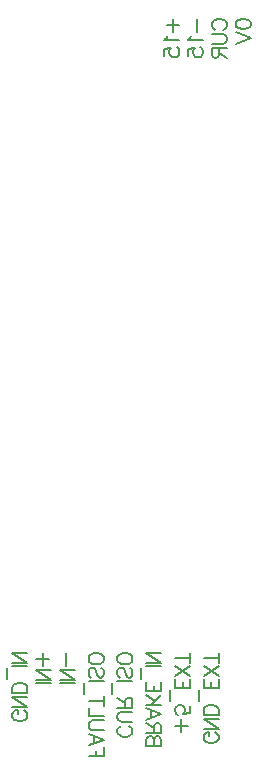
<source format=gbo>
G04*
G04 #@! TF.GenerationSoftware,Altium Limited,Altium Designer,20.0.11 (256)*
G04*
G04 Layer_Color=32896*
%FSLAX25Y25*%
%MOIN*%
G70*
G01*
G75*
%ADD17C,0.00800*%
D17*
X68759Y304858D02*
X73044D01*
X70901Y307000D02*
Y302715D01*
X68997Y301239D02*
X68759Y300763D01*
X68045Y300049D01*
X73044D01*
X68045Y294717D02*
Y297097D01*
X70187Y297335D01*
X69949Y297097D01*
X69711Y296383D01*
Y295669D01*
X69949Y294955D01*
X70425Y294479D01*
X71140Y294241D01*
X71616D01*
X72330Y294479D01*
X72806Y294955D01*
X73044Y295669D01*
Y296383D01*
X72806Y297097D01*
X72568Y297335D01*
X72092Y297573D01*
X78820Y307000D02*
Y302715D01*
X76916Y301239D02*
X76678Y300763D01*
X75964Y300049D01*
X80963D01*
X75964Y294717D02*
Y297097D01*
X78106Y297335D01*
X77868Y297097D01*
X77630Y296383D01*
Y295669D01*
X77868Y294955D01*
X78344Y294479D01*
X79058Y294241D01*
X79534D01*
X80248Y294479D01*
X80725Y294955D01*
X80963Y295669D01*
Y296383D01*
X80725Y297097D01*
X80487Y297335D01*
X80010Y297573D01*
X85073Y303429D02*
X84597Y303667D01*
X84120Y304144D01*
X83882Y304620D01*
Y305572D01*
X84120Y306048D01*
X84597Y306524D01*
X85073Y306762D01*
X85787Y307000D01*
X86977D01*
X87691Y306762D01*
X88167Y306524D01*
X88643Y306048D01*
X88881Y305572D01*
Y304620D01*
X88643Y304144D01*
X88167Y303667D01*
X87691Y303429D01*
X83882Y302025D02*
X87453D01*
X88167Y301787D01*
X88643Y301311D01*
X88881Y300597D01*
Y300120D01*
X88643Y299406D01*
X88167Y298930D01*
X87453Y298692D01*
X83882D01*
Y297312D02*
X88881D01*
X83882D02*
Y295169D01*
X84120Y294455D01*
X84358Y294217D01*
X84834Y293979D01*
X85311D01*
X85787Y294217D01*
X86025Y294455D01*
X86263Y295169D01*
Y297312D01*
Y295645D02*
X88881Y293979D01*
X91801Y305572D02*
X92039Y306286D01*
X92753Y306762D01*
X93944Y307000D01*
X94658D01*
X95848Y306762D01*
X96562Y306286D01*
X96800Y305572D01*
Y305096D01*
X96562Y304381D01*
X95848Y303905D01*
X94658Y303667D01*
X93944D01*
X92753Y303905D01*
X92039Y304381D01*
X91801Y305096D01*
Y305572D01*
Y302549D02*
X96800Y300644D01*
X91801Y298740D02*
X96800Y300644D01*
X84938Y69229D02*
X85414Y68991D01*
X85890Y68515D01*
X86128Y68039D01*
Y67087D01*
X85890Y66611D01*
X85414Y66135D01*
X84938Y65897D01*
X84224Y65659D01*
X83033D01*
X82319Y65897D01*
X81843Y66135D01*
X81367Y66611D01*
X81129Y67087D01*
Y68039D01*
X81367Y68515D01*
X81843Y68991D01*
X82319Y69229D01*
X83033D01*
Y68039D02*
Y69229D01*
X86128Y70372D02*
X81129D01*
X86128D02*
X81129Y73705D01*
X86128D02*
X81129D01*
X86128Y75085D02*
X81129D01*
X86128D02*
Y76752D01*
X85890Y77466D01*
X85414Y77942D01*
X84938Y78180D01*
X84224Y78418D01*
X83033D01*
X82319Y78180D01*
X81843Y77942D01*
X81367Y77466D01*
X81129Y76752D01*
Y75085D01*
X79463Y79537D02*
Y83346D01*
X86128Y87083D02*
Y83988D01*
X81129D01*
Y87083D01*
X83747Y83988D02*
Y85893D01*
X86128Y87916D02*
X81129Y91249D01*
X86128D02*
X81129Y87916D01*
X86128Y94034D02*
X81129D01*
X86128Y92367D02*
Y95700D01*
X75829Y71467D02*
X71544D01*
X73686Y69325D02*
Y73610D01*
X76543Y77942D02*
Y75561D01*
X74400Y75323D01*
X74638Y75561D01*
X74876Y76276D01*
Y76990D01*
X74638Y77704D01*
X74162Y78180D01*
X73448Y78418D01*
X72972D01*
X72258Y78180D01*
X71782Y77704D01*
X71544Y76990D01*
Y76276D01*
X71782Y75561D01*
X72020Y75323D01*
X72496Y75085D01*
X69877Y79537D02*
Y83346D01*
X76543Y87083D02*
Y83988D01*
X71544D01*
Y87083D01*
X74162Y83988D02*
Y85893D01*
X76543Y87916D02*
X71544Y91249D01*
X76543D02*
X71544Y87916D01*
X76543Y94034D02*
X71544D01*
X76543Y92367D02*
Y95700D01*
X66958Y64611D02*
X61959D01*
X66958D02*
Y66754D01*
X66720Y67468D01*
X66482Y67706D01*
X66006Y67944D01*
X65530D01*
X65053Y67706D01*
X64815Y67468D01*
X64577Y66754D01*
Y64611D02*
Y66754D01*
X64339Y67468D01*
X64101Y67706D01*
X63625Y67944D01*
X62911D01*
X62435Y67706D01*
X62197Y67468D01*
X61959Y66754D01*
Y64611D01*
X66958Y69063D02*
X61959D01*
X66958D02*
Y71205D01*
X66720Y71919D01*
X66482Y72157D01*
X66006Y72395D01*
X65530D01*
X65053Y72157D01*
X64815Y71919D01*
X64577Y71205D01*
Y69063D01*
Y70729D02*
X61959Y72395D01*
Y77323D02*
X66958Y75419D01*
X61959Y73514D01*
X63625Y74228D02*
Y76609D01*
X66958Y78489D02*
X61959D01*
X66958Y81822D02*
X63625Y78489D01*
X64815Y79680D02*
X61959Y81822D01*
X66958Y86035D02*
Y82941D01*
X61959D01*
Y86035D01*
X64577Y82941D02*
Y84845D01*
X60293Y86869D02*
Y90677D01*
X66958Y91320D02*
X61959D01*
X66958Y92367D02*
X61959D01*
X66958D02*
X61959Y95700D01*
X66958D02*
X61959D01*
X56182Y71372D02*
X56659Y71134D01*
X57135Y70658D01*
X57373Y70182D01*
Y69230D01*
X57135Y68753D01*
X56659Y68277D01*
X56182Y68039D01*
X55468Y67801D01*
X54278D01*
X53564Y68039D01*
X53088Y68277D01*
X52612Y68753D01*
X52374Y69230D01*
Y70182D01*
X52612Y70658D01*
X53088Y71134D01*
X53564Y71372D01*
X57373Y72776D02*
X53802D01*
X53088Y73014D01*
X52612Y73490D01*
X52374Y74205D01*
Y74681D01*
X52612Y75395D01*
X53088Y75871D01*
X53802Y76109D01*
X57373D01*
Y77490D02*
X52374D01*
X57373D02*
Y79632D01*
X57135Y80346D01*
X56897Y80584D01*
X56421Y80822D01*
X55945D01*
X55468Y80584D01*
X55230Y80346D01*
X54992Y79632D01*
Y77490D01*
Y79156D02*
X52374Y80822D01*
X50708Y81941D02*
Y85750D01*
X57373Y86392D02*
X52374D01*
X56659Y90772D02*
X57135Y90296D01*
X57373Y89582D01*
Y88630D01*
X57135Y87916D01*
X56659Y87440D01*
X56182D01*
X55706Y87678D01*
X55468Y87916D01*
X55230Y88392D01*
X54754Y89820D01*
X54516Y90296D01*
X54278Y90534D01*
X53802Y90772D01*
X53088D01*
X52612Y90296D01*
X52374Y89582D01*
Y88630D01*
X52612Y87916D01*
X53088Y87440D01*
X57373Y93320D02*
X57135Y92844D01*
X56659Y92367D01*
X56182Y92129D01*
X55468Y91891D01*
X54278D01*
X53564Y92129D01*
X53088Y92367D01*
X52612Y92844D01*
X52374Y93320D01*
Y94272D01*
X52612Y94748D01*
X53088Y95224D01*
X53564Y95462D01*
X54278Y95700D01*
X55468D01*
X56182Y95462D01*
X56659Y95224D01*
X57135Y94748D01*
X57373Y94272D01*
Y93320D01*
X47788Y61255D02*
X42789D01*
X47788D02*
Y64350D01*
X45407Y61255D02*
Y63159D01*
X42789Y68730D02*
X47788Y66825D01*
X42789Y64921D01*
X44455Y65635D02*
Y68015D01*
X47788Y69896D02*
X44217D01*
X43503Y70134D01*
X43027Y70610D01*
X42789Y71324D01*
Y71800D01*
X43027Y72514D01*
X43503Y72991D01*
X44217Y73229D01*
X47788D01*
Y74609D02*
X42789D01*
Y77466D01*
X47788Y79680D02*
X42789D01*
X47788Y78013D02*
Y81346D01*
X41122Y81941D02*
Y85750D01*
X47788Y86392D02*
X42789D01*
X47074Y90772D02*
X47550Y90296D01*
X47788Y89582D01*
Y88630D01*
X47550Y87916D01*
X47074Y87440D01*
X46597D01*
X46121Y87678D01*
X45883Y87916D01*
X45645Y88392D01*
X45169Y89820D01*
X44931Y90296D01*
X44693Y90534D01*
X44217Y90772D01*
X43503D01*
X43027Y90296D01*
X42789Y89582D01*
Y88630D01*
X43027Y87916D01*
X43503Y87440D01*
X47788Y93320D02*
X47550Y92844D01*
X47074Y92367D01*
X46597Y92129D01*
X45883Y91891D01*
X44693D01*
X43979Y92129D01*
X43503Y92367D01*
X43027Y92844D01*
X42789Y93320D01*
Y94272D01*
X43027Y94748D01*
X43503Y95224D01*
X43979Y95462D01*
X44693Y95700D01*
X45883D01*
X46597Y95462D01*
X47074Y95224D01*
X47550Y94748D01*
X47788Y94272D01*
Y93320D01*
X38203Y85654D02*
X33204D01*
X38203Y86702D02*
X33204D01*
X38203D02*
X33204Y90035D01*
X38203D02*
X33204D01*
X35346Y91415D02*
Y95700D01*
X30284Y85654D02*
X25285D01*
X30284Y86702D02*
X25285D01*
X30284D02*
X25285Y90035D01*
X30284D02*
X25285D01*
X29570Y93558D02*
X25285D01*
X27427Y91415D02*
Y95700D01*
X21175Y76561D02*
X21651Y76323D01*
X22127Y75847D01*
X22365Y75371D01*
Y74419D01*
X22127Y73943D01*
X21651Y73467D01*
X21175Y73229D01*
X20461Y72991D01*
X19271D01*
X18556Y73229D01*
X18080Y73467D01*
X17604Y73943D01*
X17366Y74419D01*
Y75371D01*
X17604Y75847D01*
X18080Y76323D01*
X18556Y76561D01*
X19271D01*
Y75371D02*
Y76561D01*
X22365Y77704D02*
X17366D01*
X22365D02*
X17366Y81037D01*
X22365D02*
X17366D01*
X22365Y82417D02*
X17366D01*
X22365D02*
Y84083D01*
X22127Y84798D01*
X21651Y85274D01*
X21175Y85512D01*
X20461Y85750D01*
X19271D01*
X18556Y85512D01*
X18080Y85274D01*
X17604Y84798D01*
X17366Y84083D01*
Y82417D01*
X15700Y86869D02*
Y90677D01*
X22365Y91320D02*
X17366D01*
X22365Y92367D02*
X17366D01*
X22365D02*
X17366Y95700D01*
X22365D02*
X17366D01*
M02*

</source>
